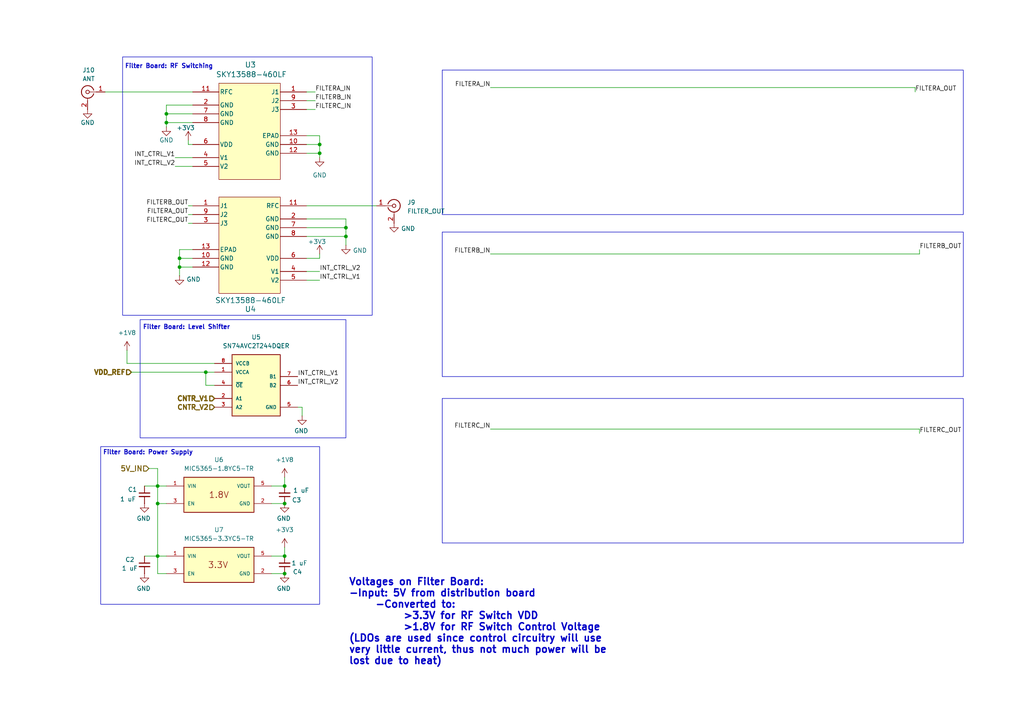
<source format=kicad_sch>
(kicad_sch (version 20231120) (generator "eeschema") (generator_version "8.0")
  (paper "A4")
  (title_block (title "Filter Section") (date "2025-03-16") (rev "Version 1.3"))
  (lib_symbols
    (symbol "Connector:Conn_Coaxial" (pin_names (offset 1.016) hide)
      (property "Reference" "J" (at 0.254 3.048 0))
      (property "Value" "Conn_Coaxial" (at 2.921 0 90))
      (symbol "Conn_Coaxial_0_1"
        (arc (start -1.778 -0.508) (mid 0.2311 -1.8066) (end 1.778 0) (stroke (width 0.254)))
        (polyline (pts (xy -2.54 0) (xy -0.508 0)))
        (polyline (pts (xy 0 -2.54) (xy 0 -1.778)))
        (circle (center 0 0) (radius 0.508) (stroke (width 0.2032)))
        (arc (start 1.778 0) (mid 0.2099 1.8101) (end -1.778 0.508) (stroke (width 0.254)))
      )
      (symbol "Conn_Coaxial_1_1"
        (pin passive line (at -5.08 0 0) (length 2.54) (name "In") (number "1"))
        (pin passive line (at 0 -5.08 90) (length 2.54) (name "Ext") (number "2"))
      )
    )
    (symbol "Device:C_Small" (pin_numbers hide) (pin_names (offset 0.254) hide)
      (property "Reference" "C" (at 0.254 1.778 0))
      (property "Value" "C_Small" (at 0.254 -2.032 0))
      (symbol "C_Small_0_1"
        (polyline (pts (xy -1.524 -0.508) (xy 1.524 -0.508)) (stroke (width 0.3302)))
        (polyline (pts (xy -1.524 0.508) (xy 1.524 0.508)) (stroke (width 0.3048)))
      )
      (symbol "C_Small_1_1"
        (pin passive line (at 0 2.54 270) (length 2.032) (name "~") (number "1"))
        (pin passive line (at 0 -2.54 90) (length 2.032) (name "~") (number "2"))
      )
    )
    (symbol "Radio Telescope:MIC5365-1.8YC5-TR" (pin_names (offset 1.016))
      (property "Reference" "U" (at -10.16 6.35 0))
      (property "Value" "MIC5365-1.8YC5-TR" (at -10.414 -6.35 0))
      (symbol "MIC5365-1.8YC5-TR_0_0"
        (rectangle (start -10.16 5.08) (end 10.16 -5.08) (stroke (width 0.254)) (fill (type background)))
        (pin input line (at -15.24 2.54 0) (length 5.08) (name "VIN") (number "1"))
        (pin power_in line (at 15.24 -2.54 180) (length 5.08) (name "GND") (number "2"))
        (pin input line (at -15.24 -2.54 0) (length 5.08) (name "EN") (number "3"))
        (pin output line (at 15.24 2.54 180) (length 5.08) (name "VOUT") (number "5"))
      )
      (symbol "MIC5365-1.8YC5-TR_1_1"
        (text "1.8V" (at 0 0 0) (effects (font (size 1.778 1.778))))
      )
    )
    (symbol "Radio Telescope:MIC5365-3.3YC5-TR" (pin_names (offset 1.016))
      (property "Reference" "U" (at -10.16 6.35 0))
      (property "Value" "MIC5365-3.3YC5-TR" (at -10.414 -6.858 0))
      (symbol "MIC5365-3.3YC5-TR_0_0"
        (rectangle (start -10.16 5.08) (end 10.16 -5.08) (stroke (width 0.254)) (fill (type background)))
        (pin input line (at -15.24 2.54 0) (length 5.08) (name "VIN") (number "1"))
        (pin power_in line (at 15.24 -2.54 180) (length 5.08) (name "GND") (number "2"))
        (pin input line (at -15.24 -2.54 0) (length 5.08) (name "EN") (number "3"))
        (pin output line (at 15.24 2.54 180) (length 5.08) (name "VOUT") (number "5"))
      )
      (symbol "MIC5365-3.3YC5-TR_1_1"
        (text "3.3V" (at -0.254 0 0) (effects (font (size 1.778 1.778))))
      )
    )
    (symbol "Radio Telescope:SKY13588-460LF" (pin_names (offset 0.254))
      (property "Reference" "U" (at 16.764 9.906 0))
      (property "Value" "SKY13588-460LF" (at 16.764 7.366 0))
      (symbol "SKY13588-460LF_0_1"
        (pin power_out line (at 33.02 -12.7 180) (length 7.62) (name "GND") (number "10"))
        (pin power_out line (at 33.02 -15.24 180) (length 7.62) (name "GND") (number "12"))
        (pin power_out line (at 33.02 -10.16 180) (length 7.62) (name "EPAD") (number "13"))
        (pin power_out line (at 0 -1.27 0) (length 7.62) (name "GND") (number "2"))
        (pin bidirectional line (at 33.02 -2.54 180) (length 7.62) (name "J3") (number "3"))
        (pin bidirectional line (at 0 -16.51 0) (length 7.62) (name "V1") (number "4"))
        (pin bidirectional line (at 0 -19.05 0) (length 7.62) (name "V2") (number "5"))
        (pin power_in line (at 0 -12.7 0) (length 7.62) (name "VDD") (number "6"))
        (pin power_out line (at 0 -3.81 0) (length 7.62) (name "GND") (number "7"))
        (pin power_out line (at 0 -6.35 0) (length 7.62) (name "GND") (number "8"))
        (pin bidirectional line (at 33.02 0 180) (length 7.62) (name "J2") (number "9"))
      )
      (symbol "SKY13588-460LF_1_1"
        (rectangle (start 7.62 5.08) (end 25.4 -22.86) (fill (type background)))
        (pin bidirectional line (at 33.02 2.54 180) (length 7.62) (name "J1") (number "1"))
        (pin bidirectional line (at 0 2.54 0) (length 7.62) (name "RFC") (number "11"))
      )
    )
    (symbol "Radio Telescope:SN74AVC2T244DQER" (pin_names (offset 1.016))
      (property "Reference" "U" (at -12.7 13.7 0))
      (property "Value" "SN74AVC2T244DQER" (at -15.748 -8.382 0))
      (symbol "SN74AVC2T244DQER_0_0"
        (rectangle (start -12.7 12.7) (end 1.27 -5.08) (stroke (width 0.254)) (fill (type background)))
        (pin power_in line (at -17.78 7.62 0) (length 5.08) (name "VCCA") (number "1"))
        (pin input line (at -17.78 0 0) (length 5.08) (name "A1") (number "2"))
        (pin input line (at -17.78 -2.54 0) (length 5.08) (name "A2") (number "3"))
        (pin input line (at -17.78 3.81 0) (length 5.08) (name "~{OE}") (number "4"))
        (pin power_in line (at 6.35 -2.54 180) (length 5.08) (name "GND") (number "5"))
        (pin output line (at 6.35 3.81 180) (length 5.08) (name "B2") (number "6"))
        (pin output line (at 6.35 6.35 180) (length 5.08) (name "B1") (number "7"))
        (pin power_in line (at -17.78 10.16 0) (length 5.08) (name "VCCB") (number "8"))
      )
    )
    (symbol "power:+1V8" (power) (pin_numbers hide) (pin_names (offset 0) hide)
      (property "Value" "+1V8" (at 0 3.556 0))
      (symbol "+1V8_0_1"
        (polyline (pts (xy -0.762 1.27) (xy 0 2.54)))
        (polyline (pts (xy 0 0) (xy 0 2.54)))
        (polyline (pts (xy 0 2.54) (xy 0.762 1.27)))
      )
      (symbol "+1V8_1_1"
        (pin power_in line (at 0 0 90) (length 0) (name "~") (number "1"))
      )
    )
    (symbol "power:+3V3" (power) (pin_numbers hide) (pin_names (offset 0) hide)
      (property "Value" "+3V3" (at 0 3.556 0))
      (symbol "+3V3_0_1"
        (polyline (pts (xy -0.762 1.27) (xy 0 2.54)))
        (polyline (pts (xy 0 0) (xy 0 2.54)))
        (polyline (pts (xy 0 2.54) (xy 0.762 1.27)))
      )
      (symbol "+3V3_1_1"
        (pin power_in line (at 0 0 90) (length 0) (name "~") (number "1"))
      )
    )
    (symbol "power:GND" (power) (pin_numbers hide) (pin_names (offset 0) hide)
      (property "Value" "GND" (at 0 -3.81 0))
      (symbol "GND_0_1"
        (polyline (pts (xy 0 0) (xy 0 -1.27) (xy 1.27 -1.27) (xy 0 -2.54) (xy -1.27 -1.27) (xy 0 -1.27)))
      )
      (symbol "GND_1_1"
        (pin power_in line (at 0 0 270) (length 0) (name "~") (number "1"))
      )
    )
  )
  (junction (at 100.33 66.04))
  (junction (at 52.07 74.93))
  (junction (at 82.55 140.97))
  (junction (at 48.26 35.56))
  (junction (at 45.72 146.05))
  (junction (at 82.55 146.05))
  (junction (at 82.55 161.29))
  (junction (at 92.71 44.45))
  (junction (at 92.71 41.91))
  (junction (at 45.72 161.29))
  (junction (at 59.69 107.95))
  (junction (at 52.07 77.47))
  (junction (at 48.26 33.02))
  (junction (at 82.55 166.37))
  (junction (at 100.33 68.58))
  (junction (at 45.72 140.97))
  (wire (pts (xy 100.33 66.04) (xy 100.33 63.5)))
  (wire (pts (xy 88.9 41.91) (xy 92.71 41.91)))
  (wire (pts (xy 78.74 140.97) (xy 82.55 140.97)))
  (wire (pts (xy 45.72 146.05) (xy 48.26 146.05)))
  (wire (pts (xy 92.71 74.93) (xy 92.71 73.66)))
  (wire (pts (xy 87.63 118.11) (xy 87.63 120.65)))
  (wire (pts (xy 82.55 138.43) (xy 82.55 140.97)))
  (wire (pts (xy 59.69 107.95) (xy 59.69 111.76)))
  (wire (pts (xy 88.9 78.74) (xy 92.71 78.74)))
  (wire (pts (xy 55.88 77.47) (xy 52.07 77.47)))
  (wire (pts (xy 91.44 26.67) (xy 88.9 26.67)))
  (wire (pts (xy 48.26 36.83) (xy 48.26 35.56)))
  (wire (pts (xy 48.26 35.56) (xy 55.88 35.56)))
  (wire (pts (xy 45.72 161.29) (xy 45.72 166.37)))
  (wire (pts (xy 142.24 73.66) (xy 266.7 73.66)))
  (wire (pts (xy 45.72 140.97) (xy 45.72 146.05)))
  (wire (pts (xy 266.7 73.66) (xy 266.7 72.39)))
  (wire (pts (xy 142.24 124.46) (xy 266.7 124.46)))
  (wire (pts (xy 265.43 25.4) (xy 265.43 26.67)))
  (wire (pts (xy 82.55 158.75) (xy 82.55 161.29)))
  (wire (pts (xy 91.44 31.75) (xy 88.9 31.75)))
  (wire (pts (xy 41.91 161.29) (xy 45.72 161.29)))
  (wire (pts (xy 266.7 124.46) (xy 266.7 125.73)))
  (wire (pts (xy 38.1 107.95) (xy 59.69 107.95)))
  (wire (pts (xy 91.44 29.21) (xy 88.9 29.21)))
  (wire (pts (xy 109.22 59.69) (xy 88.9 59.69)))
  (wire (pts (xy 41.91 140.97) (xy 45.72 140.97)))
  (wire (pts (xy 142.24 25.4) (xy 265.43 25.4)))
  (wire (pts (xy 54.61 40.64) (xy 54.61 41.91)))
  (wire (pts (xy 92.71 44.45) (xy 92.71 45.72)))
  (wire (pts (xy 48.26 33.02) (xy 55.88 33.02)))
  (wire (pts (xy 88.9 44.45) (xy 92.71 44.45)))
  (wire (pts (xy 55.88 72.39) (xy 52.07 72.39)))
  (wire (pts (xy 52.07 74.93) (xy 55.88 74.93)))
  (wire (pts (xy 45.72 135.89) (xy 45.72 140.97)))
  (wire (pts (xy 88.9 39.37) (xy 92.71 39.37)))
  (wire (pts (xy 45.72 161.29) (xy 48.26 161.29)))
  (wire (pts (xy 88.9 74.93) (xy 92.71 74.93)))
  (wire (pts (xy 52.07 74.93) (xy 52.07 72.39)))
  (wire (pts (xy 52.07 80.01) (xy 52.07 77.47)))
  (wire (pts (xy 55.88 30.48) (xy 48.26 30.48)))
  (wire (pts (xy 88.9 81.28) (xy 92.71 81.28)))
  (wire (pts (xy 92.71 39.37) (xy 92.71 41.91)))
  (wire (pts (xy 100.33 68.58) (xy 100.33 66.04)))
  (wire (pts (xy 59.69 111.76) (xy 62.23 111.76)))
  (wire (pts (xy 52.07 77.47) (xy 52.07 74.93)))
  (wire (pts (xy 54.61 62.23) (xy 55.88 62.23)))
  (wire (pts (xy 92.71 41.91) (xy 92.71 44.45)))
  (wire (pts (xy 54.61 59.69) (xy 55.88 59.69)))
  (wire (pts (xy 45.72 166.37) (xy 48.26 166.37)))
  (wire (pts (xy 45.72 146.05) (xy 45.72 161.29)))
  (wire (pts (xy 50.8 48.26) (xy 55.88 48.26)))
  (wire (pts (xy 30.48 26.67) (xy 55.88 26.67)))
  (wire (pts (xy 62.23 105.41) (xy 36.83 105.41)))
  (wire (pts (xy 54.61 41.91) (xy 55.88 41.91)))
  (wire (pts (xy 36.83 101.6) (xy 36.83 105.41)))
  (wire (pts (xy 78.74 146.05) (xy 82.55 146.05)))
  (wire (pts (xy 43.18 135.89) (xy 45.72 135.89)))
  (wire (pts (xy 59.69 107.95) (xy 62.23 107.95)))
  (wire (pts (xy 48.26 30.48) (xy 48.26 33.02)))
  (wire (pts (xy 45.72 140.97) (xy 48.26 140.97)))
  (wire (pts (xy 50.8 45.72) (xy 55.88 45.72)))
  (wire (pts (xy 100.33 71.12) (xy 100.33 68.58)))
  (wire (pts (xy 54.61 64.77) (xy 55.88 64.77)))
  (wire (pts (xy 78.74 166.37) (xy 82.55 166.37)))
  (wire (pts (xy 86.36 118.11) (xy 87.63 118.11)))
  (wire (pts (xy 48.26 33.02) (xy 48.26 35.56)))
  (wire (pts (xy 88.9 66.04) (xy 100.33 66.04)))
  (wire (pts (xy 88.9 63.5) (xy 100.33 63.5)))
  (wire (pts (xy 88.9 68.58) (xy 100.33 68.58)))
  (wire (pts (xy 78.74 161.29) (xy 82.55 161.29)))
  (rectangle (start 35.56 16.51) (end 107.95 91.44))
  (rectangle (start 29.21 129.54) (end 92.71 175.26))
  (rectangle (start 128.27 115.57) (end 279.4 157.48))
  (rectangle (start 128.27 20.32) (end 279.4 62.23))
  (rectangle (start 40.64 92.71) (end 100.33 127))
  (rectangle (start 128.27 67.31) (end 279.4 109.22))
  (text "Filter Board: Power Supply" (at 42.926 131.318 0) (effects (font (size 1.27 1.27) (thickness 0.254) (bold yes))))
  (text "Filter Board: RF Switching" (at 49.022 19.304 0) (effects (font (size 1.27 1.27) (thickness 0.254) (bold yes))))
  (text "Filter Board: Level Shifter" (at 54.102 94.996 0) (effects (font (size 1.27 1.27) (thickness 0.254) (bold yes))))
  (text "Voltages on Filter Board:\n-Input: 5V from distribution board\n	-Converted to:\n		>3.3V for RF Switch VDD\n		>1.8V for RF Switch Control Voltage\n(LDOs are used since control circuitry will use \nvery little current, thus not much power will be \nlost due to heat)" (at 101.092 180.34 0) (effects (font (size 2.032 2.032) (thickness 0.4064) (bold yes)) (justify left)))
  (label "INT_CTRL_V2" (at 86.36 111.76 0))
  (label "INT_CTRL_V1" (at 86.36 109.22 0))
  (label "FILTERB_OUT" (at 266.7 72.39 0))
  (label "FILTERB_OUT" (at 54.61 59.69 180))
  (label "FILTERA_IN" (at 142.24 25.4 180))
  (label "FILTERA_IN" (at 91.44 26.67 0))
  (label "INT_CTRL_V1" (at 92.71 81.28 0))
  (label "INT_CTRL_V2" (at 50.8 48.26 180))
  (label "INT_CTRL_V1" (at 50.8 45.72 180))
  (label "FILTERC_OUT" (at 266.7 125.73 0))
  (label "FILTERB_IN" (at 142.24 73.66 180))
  (label "FILTERA_OUT" (at 54.61 62.23 180))
  (label "FILTERC_IN" (at 142.24 124.46 180))
  (label "FILTERA_OUT" (at 265.43 26.67 0))
  (label "INT_CTRL_V2" (at 92.71 78.74 0))
  (label "FILTERC_IN" (at 91.44 31.75 0))
  (label "FILTERB_IN" (at 91.44 29.21 0))
  (label "FILTERC_OUT" (at 54.61 64.77 180))
  (hierarchical_label "CNTR_V2" (shape input) (at 62.23 118.11 180) (effects (font (size 1.397 1.397) (thickness 0.3048) (bold yes))))
  (hierarchical_label "CNTR_V1" (shape input) (at 62.23 115.57 180) (effects (font (size 1.397 1.397) (thickness 0.3556) (bold yes))))
  (hierarchical_label "5V_IN" (shape input) (at 43.18 135.89 180) (effects (font (size 1.524 1.524) (thickness 0.254) (bold yes))))
  (hierarchical_label "VDD_REF" (shape input) (at 38.1 107.95 180) (effects (font (size 1.397 1.397) (thickness 0.3556) (bold yes))))
  (symbol (lib_id "power:GND") (at 82.55 146.05 0) (unit 1)
    (property "Reference" "#PWR020" (effects (hide yes)))
    (property "Value" "GND" (at 82.296 150.368 0))
    (property "Description" "Power symbol creates a global label with name \"GND\" , ground" (effects (hide yes)))
  )
  (symbol (lib_id "power:GND") (at 41.91 166.37 0) (unit 1)
    (property "Reference" "#PWR019" (effects (hide yes)))
    (property "Value" "GND" (at 41.656 170.688 0))
    (property "Description" "Power symbol creates a global label with name \"GND\" , ground" (effects (hide yes)))
  )
  (symbol (lib_id "Device:C_Small") (at 41.91 163.83 0) (unit 1)
    (property "Reference" "C2" (at 36.322 162.306 0) (effects (justify left)))
    (property "Value" "1 uF" (at 35.306 164.846 0) (effects (justify left)))
    (property "Description" "Unpolarized capacitor, small symbol" (effects (hide yes)))
  )
  (symbol (lib_id "power:+1V8") (at 36.83 101.6 0) (unit 1)
    (property "Reference" "#PWR024" (effects (hide yes)))
    (property "Value" "+1V8" (at 36.83 96.52 0))
    (property "Description" "Power symbol creates a global label with name \"+1V8\"" (effects (hide yes)))
  )
  (symbol (lib_id "power:GND") (at 100.33 71.12 0) (mirror y) (unit 1)
    (property "Reference" "#PWR016" (effects (hide yes)))
    (property "Value" "GND" (at 104.394 72.644 0))
    (property "Description" "Power symbol creates a global label with name \"GND\" , ground" (effects (hide yes)))
  )
  (symbol (lib_id "Connector:Conn_Coaxial") (at 25.4 26.67 0) (mirror y) (unit 1)
    (property "Reference" "J10" (at 25.7174 20.32 0))
    (property "Value" "ANT" (at 25.7174 22.86 0))
    (property "Description" "coaxial connector (BNC, SMA, SMB, SMC, Cinch/RCA, LEMO, ...)" (effects (hide yes)))
  )
  (symbol (lib_id "Radio Telescope:SKY13588-460LF") (at 55.88 29.21 0) (unit 1)
    (property "Reference" "U3" (at 72.644 18.796 0) (effects (font (size 1.524 1.524))))
    (property "Value" "SKY13588-460LF" (at 72.898 21.59 0) (effects (font (size 1.524 1.524))))
    (property "Footprint" "Library:QFN12_SKY" (effects (hide yes)))
    (property "Datasheet" "SKY13588-460LF" (effects (hide yes)))
  )
  (symbol (lib_id "Radio Telescope:MIC5365-3.3YC5-TR") (at 63.5 163.83 0) (unit 1)
    (property "Reference" "U7" (at 63.5 153.67 0))
    (property "Value" "MIC5365-3.3YC5-TR" (at 63.5 156.21 0))
    (property "Footprint" "MIC5365-3.3YC5-TR:SOT65P210X110-5N" (effects (hide yes)))
    (property "PARTREV" "3.1 - July 16, 2013" (effects (hide yes)))
    (property "STANDARD" "IPC 7351B" (effects (hide yes)))
    (property "MAXIMUM_PACKAGE_HEIGHT" "1.10mm" (effects (hide yes)))
    (property "MANUFACTURER" "Micrel" (effects (hide yes)))
  )
  (symbol (lib_id "Radio Telescope:SKY13588-460LF") (at 88.9 62.23 0) (mirror y) (unit 1)
    (property "Reference" "U4" (at 72.644 89.662 0) (effects (font (size 1.524 1.524))))
    (property "Value" "SKY13588-460LF" (at 72.644 87.122 0) (effects (font (size 1.524 1.524))))
    (property "Footprint" "Library:QFN12_SKY" (effects (hide yes)))
    (property "Datasheet" "SKY13588-460LF" (effects (hide yes)))
  )
  (symbol (lib_id "Device:C_Small") (at 82.55 143.51 180) (unit 1)
    (property "Reference" "C3" (at 87.376 145.034 0) (effects (justify left)))
    (property "Value" "1 uF" (at 89.662 142.24 0) (effects (justify left)))
    (property "Description" "Unpolarized capacitor, small symbol" (effects (hide yes)))
  )
  (symbol (lib_id "power:GND") (at 41.91 146.05 0) (unit 1)
    (property "Reference" "#PWR017" (effects (hide yes)))
    (property "Value" "GND" (at 41.656 150.368 0))
    (property "Description" "Power symbol creates a global label with name \"GND\" , ground" (effects (hide yes)))
  )
  (symbol (lib_id "power:GND") (at 92.71 45.72 0) (unit 1)
    (property "Reference" "#PWR014" (effects (hide yes)))
    (property "Value" "GND" (at 92.71 50.8 0))
    (property "Description" "Power symbol creates a global label with name \"GND\" , ground" (effects (hide yes)))
  )
  (symbol (lib_id "Device:C_Small") (at 41.91 143.51 0) (unit 1)
    (property "Reference" "C1" (at 37.084 141.986 0) (effects (justify left)))
    (property "Value" "1 uF" (at 34.798 144.78 0) (effects (justify left)))
    (property "Description" "Unpolarized capacitor, small symbol" (effects (hide yes)))
  )
  (symbol (lib_id "Radio Telescope:SN74AVC2T244DQER") (at 80.01 115.57 0) (unit 1)
    (property "Reference" "U5" (at 74.295 97.79 0))
    (property "Value" "SN74AVC2T244DQER" (at 74.295 100.33 0))
    (property "Footprint" "SN74AVC2T244DQER:SON35P140X100X40-8N" (effects (hide yes)))
    (property "PARTREV" "SEPTEMBER 2011" (effects (hide yes)))
    (property "STANDARD" "IPC 7351B" (effects (hide yes)))
    (property "MAXIMUM_PACKAGE_HEIGHT" "0.40 mm" (effects (hide yes)))
    (property "MANUFACTURER" "Texas Instruments" (effects (hide yes)))
  )
  (symbol (lib_id "power:GND") (at 48.26 36.83 0) (unit 1)
    (property "Reference" "#PWR013" (effects (hide yes)))
    (property "Value" "GND" (at 48.26 40.64 0))
    (property "Description" "Power symbol creates a global label with name \"GND\" , ground" (effects (hide yes)))
  )
  (symbol (lib_id "Radio Telescope:MIC5365-1.8YC5-TR") (at 63.5 143.51 0) (unit 1)
    (property "Reference" "U6" (at 63.5 133.35 0))
    (property "Value" "MIC5365-1.8YC5-TR" (at 63.5 135.89 0))
    (property "Footprint" "MIC5365-1.8YC5-TR:SOT65P210X110-5N" (effects (hide yes)))
    (property "PARTREV" "3.1 - July 16, 2013" (effects (hide yes)))
    (property "STANDARD" "IPC 7351B" (effects (hide yes)))
    (property "MAXIMUM_PACKAGE_HEIGHT" "1.10mm" (effects (hide yes)))
    (property "MANUFACTURER" "Micrel" (effects (hide yes)))
  )
  (symbol (lib_id "power:GND") (at 25.4 31.75 0) (unit 1)
    (property "Reference" "#PWR037" (effects (hide yes)))
    (property "Value" "GND" (at 25.4 35.56 0))
    (property "Description" "Power symbol creates a global label with name \"GND\" , ground" (effects (hide yes)))
  )
  (symbol (lib_id "power:+3V3") (at 54.61 40.64 0) (unit 1)
    (property "Reference" "#PWR025" (effects (hide yes)))
    (property "Value" "+3V3" (at 53.848 37.084 0))
    (property "Description" "Power symbol creates a global label with name \"+3V3\"" (effects (hide yes)))
  )
  (symbol (lib_id "Device:C_Small") (at 82.55 163.83 180) (unit 1)
    (property "Reference" "C4" (at 87.63 165.862 0) (effects (justify left)))
    (property "Value" "1 uF" (at 89.154 163.322 0) (effects (justify left)))
    (property "Description" "Unpolarized capacitor, small symbol" (effects (hide yes)))
  )
  (symbol (lib_id "power:GND") (at 87.63 120.65 0) (unit 1)
    (property "Reference" "#PWR07" (effects (hide yes)))
    (property "Value" "GND" (at 87.376 124.968 0))
    (property "Description" "Power symbol creates a global label with name \"GND\" , ground" (effects (hide yes)))
  )
  (symbol (lib_id "Connector:Conn_Coaxial") (at 114.3 59.69 0) (unit 1)
    (property "Reference" "J9" (at 118.11 58.7131 0) (effects (justify left)))
    (property "Value" "FILTER_OUT" (at 118.11 61.2531 0) (effects (justify left)))
    (property "Description" "coaxial connector (BNC, SMA, SMB, SMC, Cinch/RCA, LEMO, ...)" (effects (hide yes)))
  )
  (symbol (lib_id "power:GND") (at 114.3 64.77 0) (mirror y) (unit 1)
    (property "Reference" "#PWR038" (effects (hide yes)))
    (property "Value" "GND" (at 118.364 66.294 0))
    (property "Description" "Power symbol creates a global label with name \"GND\" , ground" (effects (hide yes)))
  )
  (symbol (lib_id "power:+3V3") (at 92.71 73.66 0) (unit 1)
    (property "Reference" "#PWR026" (effects (hide yes)))
    (property "Value" "+3V3" (at 91.948 70.104 0))
    (property "Description" "Power symbol creates a global label with name \"+3V3\"" (effects (hide yes)))
  )
  (symbol (lib_id "power:GND") (at 82.55 166.37 0) (unit 1)
    (property "Reference" "#PWR021" (effects (hide yes)))
    (property "Value" "GND" (at 82.296 170.688 0))
    (property "Description" "Power symbol creates a global label with name \"GND\" , ground" (effects (hide yes)))
  )
  (symbol (lib_id "power:+3V3") (at 82.55 158.75 0) (unit 1)
    (property "Reference" "#PWR023" (effects (hide yes)))
    (property "Value" "+3V3" (at 82.55 153.67 0))
    (property "Description" "Power symbol creates a global label with name \"+3V3\"" (effects (hide yes)))
  )
  (symbol (lib_id "power:+1V8") (at 82.55 138.43 0) (unit 1)
    (property "Reference" "#PWR022" (effects (hide yes)))
    (property "Value" "+1V8" (at 82.55 133.35 0))
    (property "Description" "Power symbol creates a global label with name \"+1V8\"" (effects (hide yes)))
  )
  (symbol (lib_id "power:GND") (at 52.07 80.01 0) (mirror y) (unit 1)
    (property "Reference" "#PWR015" (effects (hide yes)))
    (property "Value" "GND" (at 56.134 81.026 0))
    (property "Description" "Power symbol creates a global label with name \"GND\" , ground" (effects (hide yes)))
  )
)
</source>
